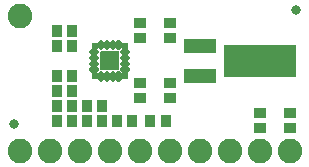
<source format=gbr>
G04 EAGLE Gerber RS-274X export*
G75*
%MOMM*%
%FSLAX34Y34*%
%LPD*%
%INSoldermask Top*%
%IPPOS*%
%AMOC8*
5,1,8,0,0,1.08239X$1,22.5*%
G01*
%ADD10R,0.543200X0.543200*%
%ADD11C,0.468703*%
%ADD12R,2.703200X1.203200*%
%ADD13R,6.203200X2.703200*%
%ADD14R,1.103200X0.903200*%
%ADD15R,0.903200X1.103200*%
%ADD16C,2.082800*%
%ADD17C,0.838200*%

G36*
X96265Y80977D02*
X96265Y80977D01*
X96331Y80979D01*
X96374Y80997D01*
X96421Y81005D01*
X96478Y81039D01*
X96538Y81064D01*
X96573Y81095D01*
X96614Y81120D01*
X96656Y81171D01*
X96704Y81215D01*
X96726Y81257D01*
X96755Y81294D01*
X96776Y81356D01*
X96807Y81415D01*
X96815Y81469D01*
X96827Y81506D01*
X96826Y81546D01*
X96834Y81600D01*
X96834Y96200D01*
X96823Y96265D01*
X96821Y96331D01*
X96803Y96374D01*
X96795Y96421D01*
X96761Y96478D01*
X96736Y96538D01*
X96705Y96573D01*
X96680Y96614D01*
X96629Y96656D01*
X96585Y96704D01*
X96543Y96726D01*
X96506Y96755D01*
X96444Y96776D01*
X96385Y96807D01*
X96331Y96815D01*
X96294Y96827D01*
X96254Y96826D01*
X96200Y96834D01*
X81600Y96834D01*
X81535Y96823D01*
X81469Y96821D01*
X81426Y96803D01*
X81379Y96795D01*
X81322Y96761D01*
X81262Y96736D01*
X81227Y96705D01*
X81186Y96680D01*
X81145Y96629D01*
X81096Y96585D01*
X81074Y96543D01*
X81045Y96506D01*
X81024Y96444D01*
X80993Y96385D01*
X80985Y96331D01*
X80973Y96294D01*
X80973Y96282D01*
X80973Y96281D01*
X80974Y96252D01*
X80966Y96200D01*
X80966Y81600D01*
X80977Y81535D01*
X80979Y81469D01*
X80997Y81426D01*
X81005Y81379D01*
X81039Y81322D01*
X81064Y81262D01*
X81095Y81227D01*
X81120Y81186D01*
X81171Y81145D01*
X81215Y81096D01*
X81257Y81074D01*
X81294Y81045D01*
X81356Y81024D01*
X81415Y80993D01*
X81469Y80985D01*
X81506Y80973D01*
X81546Y80974D01*
X81600Y80966D01*
X96200Y80966D01*
X96265Y80977D01*
G37*
D10*
X76150Y101550D03*
D11*
X73827Y96473D02*
X73827Y96327D01*
X73827Y96473D02*
X77273Y96473D01*
X77273Y96327D01*
X73827Y96327D01*
X73827Y91473D02*
X73827Y91327D01*
X73827Y91473D02*
X77273Y91473D01*
X77273Y91327D01*
X73827Y91327D01*
X73827Y86473D02*
X73827Y86327D01*
X73827Y86473D02*
X77273Y86473D01*
X77273Y86327D01*
X73827Y86327D01*
X73827Y81473D02*
X73827Y81327D01*
X73827Y81473D02*
X77273Y81473D01*
X77273Y81327D01*
X73827Y81327D01*
D10*
X76250Y76250D03*
D11*
X81327Y77273D02*
X81473Y77273D01*
X81473Y73827D01*
X81327Y73827D01*
X81327Y77273D01*
X86327Y77273D02*
X86473Y77273D01*
X86473Y73827D01*
X86327Y73827D01*
X86327Y77273D01*
X91327Y77273D02*
X91473Y77273D01*
X91473Y73827D01*
X91327Y73827D01*
X91327Y77273D01*
X96327Y77273D02*
X96473Y77273D01*
X96473Y73827D01*
X96327Y73827D01*
X96327Y77273D01*
D10*
X101550Y76250D03*
D11*
X103973Y81327D02*
X103973Y81473D01*
X103973Y81327D02*
X100527Y81327D01*
X100527Y81473D01*
X103973Y81473D01*
X103973Y86327D02*
X103973Y86473D01*
X103973Y86327D02*
X100527Y86327D01*
X100527Y86473D01*
X103973Y86473D01*
X103973Y91327D02*
X103973Y91473D01*
X103973Y91327D02*
X100527Y91327D01*
X100527Y91473D01*
X103973Y91473D01*
X103973Y96327D02*
X103973Y96473D01*
X103973Y96327D02*
X100527Y96327D01*
X100527Y96473D01*
X103973Y96473D01*
D10*
X101550Y101550D03*
D11*
X96473Y100527D02*
X96327Y100527D01*
X96327Y103973D01*
X96473Y103973D01*
X96473Y100527D01*
X91473Y100527D02*
X91327Y100527D01*
X91327Y103973D01*
X91473Y103973D01*
X91473Y100527D01*
X86473Y100527D02*
X86327Y100527D01*
X86327Y103973D01*
X86473Y103973D01*
X86473Y100527D01*
X81473Y100527D02*
X81327Y100527D01*
X81327Y103973D01*
X81473Y103973D01*
X81473Y100527D01*
D12*
X165100Y101600D03*
X165100Y76200D03*
D13*
X215900Y88900D03*
D14*
X114300Y120800D03*
X114300Y107800D03*
X114300Y57000D03*
X114300Y70000D03*
X139700Y107800D03*
X139700Y120800D03*
X139700Y70000D03*
X139700Y57000D03*
D15*
X57300Y101600D03*
X44300Y101600D03*
X57300Y76200D03*
X44300Y76200D03*
X44300Y50800D03*
X57300Y50800D03*
X82700Y50800D03*
X69700Y50800D03*
X123200Y38100D03*
X136200Y38100D03*
X95100Y38100D03*
X108100Y38100D03*
X82700Y38100D03*
X69700Y38100D03*
X44300Y38100D03*
X57300Y38100D03*
X57300Y63500D03*
X44300Y63500D03*
X44300Y114300D03*
X57300Y114300D03*
D14*
X241300Y44600D03*
X241300Y31600D03*
X215900Y44600D03*
X215900Y31600D03*
D16*
X12700Y127000D03*
X12700Y12700D03*
X38100Y12700D03*
X63500Y12700D03*
X88900Y12700D03*
X114300Y12700D03*
X139700Y12700D03*
X165100Y12700D03*
X190500Y12700D03*
X215900Y12700D03*
X241300Y12700D03*
D17*
X7620Y35560D03*
X246380Y132080D03*
M02*

</source>
